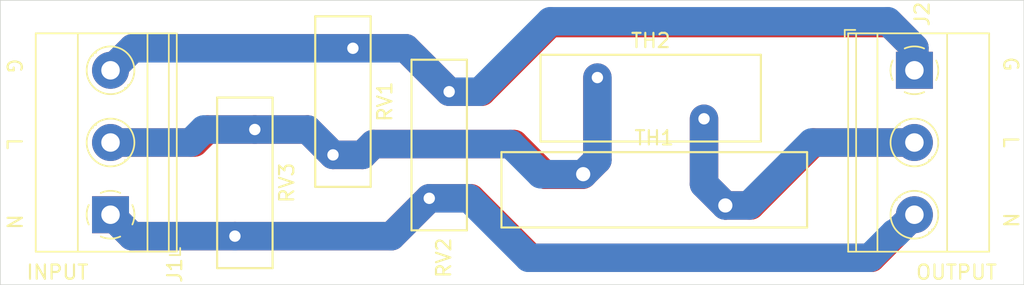
<source format=kicad_pcb>
(kicad_pcb (version 20171130) (host pcbnew 5.1.5+dfsg1-2build2)

  (general
    (thickness 1.6)
    (drawings 8)
    (tracks 71)
    (zones 0)
    (modules 7)
    (nets 5)
  )

  (page A4)
  (title_block
    (title "INRUSH CURRENT LIMITER")
    (company GALOPAGO)
  )

  (layers
    (0 F.Cu signal)
    (31 B.Cu signal)
    (32 B.Adhes user)
    (33 F.Adhes user)
    (34 B.Paste user)
    (35 F.Paste user)
    (36 B.SilkS user)
    (37 F.SilkS user)
    (38 B.Mask user)
    (39 F.Mask user)
    (40 Dwgs.User user)
    (41 Cmts.User user)
    (42 Eco1.User user)
    (43 Eco2.User user)
    (44 Edge.Cuts user)
    (45 Margin user)
    (46 B.CrtYd user)
    (47 F.CrtYd user)
    (48 B.Fab user)
    (49 F.Fab user)
  )

  (setup
    (last_trace_width 2)
    (trace_clearance 0.2)
    (zone_clearance 0.508)
    (zone_45_only no)
    (trace_min 0.2)
    (via_size 0.8)
    (via_drill 0.4)
    (via_min_size 0.4)
    (via_min_drill 0.3)
    (uvia_size 0.3)
    (uvia_drill 0.1)
    (uvias_allowed no)
    (uvia_min_size 0.2)
    (uvia_min_drill 0.1)
    (edge_width 0.05)
    (segment_width 0.2)
    (pcb_text_width 0.3)
    (pcb_text_size 1.5 1.5)
    (mod_edge_width 0.12)
    (mod_text_size 1 1)
    (mod_text_width 0.15)
    (pad_size 1.524 1.524)
    (pad_drill 0.762)
    (pad_to_mask_clearance 0.051)
    (solder_mask_min_width 0.25)
    (aux_axis_origin 0 0)
    (visible_elements FFFFFF7F)
    (pcbplotparams
      (layerselection 0x0103c_ffffffff)
      (usegerberextensions false)
      (usegerberattributes false)
      (usegerberadvancedattributes false)
      (creategerberjobfile false)
      (excludeedgelayer true)
      (linewidth 0.100000)
      (plotframeref false)
      (viasonmask false)
      (mode 1)
      (useauxorigin false)
      (hpglpennumber 1)
      (hpglpenspeed 20)
      (hpglpendiameter 15.000000)
      (psnegative false)
      (psa4output false)
      (plotreference true)
      (plotvalue true)
      (plotinvisibletext false)
      (padsonsilk false)
      (subtractmaskfromsilk false)
      (outputformat 1)
      (mirror false)
      (drillshape 0)
      (scaleselection 1)
      (outputdirectory "gerber/single/"))
  )

  (net 0 "")
  (net 1 "Net-(J1-Pad3)")
  (net 2 "Net-(J1-Pad2)")
  (net 3 "Net-(J1-Pad1)")
  (net 4 "Net-(J2-Pad2)")

  (net_class Default "This is the default net class."
    (clearance 0.2)
    (trace_width 2)
    (via_dia 0.8)
    (via_drill 0.4)
    (uvia_dia 0.3)
    (uvia_drill 0.1)
    (add_net "Net-(J1-Pad1)")
    (add_net "Net-(J1-Pad2)")
    (add_net "Net-(J1-Pad3)")
    (add_net "Net-(J2-Pad2)")
  )

  (module Varistor:RV_Disc_D12mm_W3.9mm_P7.5mm (layer F.Cu) (tedit 5A0F68DF) (tstamp 6115F64C)
    (at 131.572 106.426 270)
    (descr "Varistor, diameter 12mm, width 3.9mm, pitch 7.5mm")
    (tags "varistor SIOV")
    (path /611785BF)
    (fp_text reference RV2 (at 11.684 0.381 90) (layer F.SilkS)
      (effects (font (size 1 1) (thickness 0.15)))
    )
    (fp_text value 10D241K (at 3.75 -2.25 90) (layer F.Fab)
      (effects (font (size 1 1) (thickness 0.15)))
    )
    (fp_line (start -2.25 -1.25) (end -2.25 2.65) (layer F.Fab) (width 0.1))
    (fp_line (start 9.75 -1.25) (end 9.75 2.65) (layer F.Fab) (width 0.1))
    (fp_line (start -2.25 -1.25) (end 9.75 -1.25) (layer F.Fab) (width 0.1))
    (fp_line (start -2.25 2.65) (end 9.75 2.65) (layer F.Fab) (width 0.1))
    (fp_line (start -2.25 -1.25) (end -2.25 2.65) (layer F.SilkS) (width 0.15))
    (fp_line (start 9.75 -1.25) (end 9.75 2.65) (layer F.SilkS) (width 0.15))
    (fp_line (start -2.25 -1.25) (end 9.75 -1.25) (layer F.SilkS) (width 0.15))
    (fp_line (start -2.25 2.65) (end 9.75 2.65) (layer F.SilkS) (width 0.15))
    (fp_line (start -2.5 -1.5) (end -2.5 2.9) (layer F.CrtYd) (width 0.05))
    (fp_line (start 10 -1.5) (end 10 2.9) (layer F.CrtYd) (width 0.05))
    (fp_line (start -2.5 -1.5) (end 10 -1.5) (layer F.CrtYd) (width 0.05))
    (fp_line (start -2.5 2.9) (end 10 2.9) (layer F.CrtYd) (width 0.05))
    (fp_text user %R (at 3.75 0.7 90) (layer F.Fab)
      (effects (font (size 1 1) (thickness 0.15)))
    )
    (pad 2 thru_hole circle (at 7.5 1.4 270) (size 1.8 1.8) (drill 0.8) (layers *.Cu *.Mask)
      (net 3 "Net-(J1-Pad1)"))
    (pad 1 thru_hole circle (at 0 0 270) (size 1.8 1.8) (drill 0.8) (layers *.Cu *.Mask)
      (net 1 "Net-(J1-Pad3)"))
    (model ${KISYS3DMOD}/Varistor.3dshapes/RV_Disc_D12mm_W3.9mm_P7.5mm.wrl
      (at (xyz 0 0 0))
      (scale (xyz 1 1 1))
      (rotate (xyz 0 0 0))
    )
  )

  (module Varistor:RV_Disc_D12mm_W3.9mm_P7.5mm (layer F.Cu) (tedit 5A0F68DF) (tstamp 6115F267)
    (at 123.4 110.871 90)
    (descr "Varistor, diameter 12mm, width 3.9mm, pitch 7.5mm")
    (tags "varistor SIOV")
    (path /61175481)
    (fp_text reference RV1 (at 3.75 3.65 90) (layer F.SilkS)
      (effects (font (size 1 1) (thickness 0.15)))
    )
    (fp_text value 10D241K (at 3.75 -2.25 90) (layer F.Fab)
      (effects (font (size 1 1) (thickness 0.15)))
    )
    (fp_line (start -2.25 -1.25) (end -2.25 2.65) (layer F.Fab) (width 0.1))
    (fp_line (start 9.75 -1.25) (end 9.75 2.65) (layer F.Fab) (width 0.1))
    (fp_line (start -2.25 -1.25) (end 9.75 -1.25) (layer F.Fab) (width 0.1))
    (fp_line (start -2.25 2.65) (end 9.75 2.65) (layer F.Fab) (width 0.1))
    (fp_line (start -2.25 -1.25) (end -2.25 2.65) (layer F.SilkS) (width 0.15))
    (fp_line (start 9.75 -1.25) (end 9.75 2.65) (layer F.SilkS) (width 0.15))
    (fp_line (start -2.25 -1.25) (end 9.75 -1.25) (layer F.SilkS) (width 0.15))
    (fp_line (start -2.25 2.65) (end 9.75 2.65) (layer F.SilkS) (width 0.15))
    (fp_line (start -2.5 -1.5) (end -2.5 2.9) (layer F.CrtYd) (width 0.05))
    (fp_line (start 10 -1.5) (end 10 2.9) (layer F.CrtYd) (width 0.05))
    (fp_line (start -2.5 -1.5) (end 10 -1.5) (layer F.CrtYd) (width 0.05))
    (fp_line (start -2.5 2.9) (end 10 2.9) (layer F.CrtYd) (width 0.05))
    (fp_text user %R (at 3.75 0.7 90) (layer F.Fab)
      (effects (font (size 1 1) (thickness 0.15)))
    )
    (pad 2 thru_hole circle (at 7.5 1.4 90) (size 1.8 1.8) (drill 0.8) (layers *.Cu *.Mask)
      (net 1 "Net-(J1-Pad3)"))
    (pad 1 thru_hole circle (at 0 0 90) (size 1.8 1.8) (drill 0.8) (layers *.Cu *.Mask)
      (net 2 "Net-(J1-Pad2)"))
    (model ${KISYS3DMOD}/Varistor.3dshapes/RV_Disc_D12mm_W3.9mm_P7.5mm.wrl
      (at (xyz 0 0 0))
      (scale (xyz 1 1 1))
      (rotate (xyz 0 0 0))
    )
  )

  (module Varistor:RV_Disc_D12mm_W3.9mm_P7.5mm (layer F.Cu) (tedit 5A0F68DF) (tstamp 6115EC6A)
    (at 116.5 116.586 90)
    (descr "Varistor, diameter 12mm, width 3.9mm, pitch 7.5mm")
    (tags "varistor SIOV")
    (path /61160E43)
    (fp_text reference RV3 (at 3.75 3.65 90) (layer F.SilkS)
      (effects (font (size 1 1) (thickness 0.15)))
    )
    (fp_text value 10D241K (at 3.75 -2.25 90) (layer F.Fab)
      (effects (font (size 1 1) (thickness 0.15)))
    )
    (fp_line (start -2.25 -1.25) (end -2.25 2.65) (layer F.Fab) (width 0.1))
    (fp_line (start 9.75 -1.25) (end 9.75 2.65) (layer F.Fab) (width 0.1))
    (fp_line (start -2.25 -1.25) (end 9.75 -1.25) (layer F.Fab) (width 0.1))
    (fp_line (start -2.25 2.65) (end 9.75 2.65) (layer F.Fab) (width 0.1))
    (fp_line (start -2.25 -1.25) (end -2.25 2.65) (layer F.SilkS) (width 0.15))
    (fp_line (start 9.75 -1.25) (end 9.75 2.65) (layer F.SilkS) (width 0.15))
    (fp_line (start -2.25 -1.25) (end 9.75 -1.25) (layer F.SilkS) (width 0.15))
    (fp_line (start -2.25 2.65) (end 9.75 2.65) (layer F.SilkS) (width 0.15))
    (fp_line (start -2.5 -1.5) (end -2.5 2.9) (layer F.CrtYd) (width 0.05))
    (fp_line (start 10 -1.5) (end 10 2.9) (layer F.CrtYd) (width 0.05))
    (fp_line (start -2.5 -1.5) (end 10 -1.5) (layer F.CrtYd) (width 0.05))
    (fp_line (start -2.5 2.9) (end 10 2.9) (layer F.CrtYd) (width 0.05))
    (fp_text user %R (at 3.75 0.7 90) (layer F.Fab)
      (effects (font (size 1 1) (thickness 0.15)))
    )
    (pad 2 thru_hole circle (at 7.5 1.4 90) (size 1.8 1.8) (drill 0.8) (layers *.Cu *.Mask)
      (net 2 "Net-(J1-Pad2)"))
    (pad 1 thru_hole circle (at 0 0 90) (size 1.8 1.8) (drill 0.8) (layers *.Cu *.Mask)
      (net 3 "Net-(J1-Pad1)"))
    (model ${KISYS3DMOD}/Varistor.3dshapes/RV_Disc_D12mm_W3.9mm_P7.5mm.wrl
      (at (xyz 0 0 0))
      (scale (xyz 1 1 1))
      (rotate (xyz 0 0 0))
    )
  )

  (module Varistor:RV_Disc_D15.5mm_W6.1mm_P7.5mm (layer F.Cu) (tedit 5A0F68DF) (tstamp 6115EA43)
    (at 149.5 108.331 180)
    (descr "Varistor, diameter 15.5mm, width 6.1mm, pitch 7.5mm")
    (tags "varistor SIOV")
    (path /61167103)
    (fp_text reference TH2 (at 3.75 5.5) (layer F.SilkS)
      (effects (font (size 1 1) (thickness 0.15)))
    )
    (fp_text value "NTC 15D-15" (at 3.75 -2.6) (layer F.Fab)
      (effects (font (size 1 1) (thickness 0.15)))
    )
    (fp_line (start -4 -1.6) (end -4 4.5) (layer F.Fab) (width 0.1))
    (fp_line (start 11.5 -1.6) (end 11.5 4.5) (layer F.Fab) (width 0.1))
    (fp_line (start -4 -1.6) (end 11.5 -1.6) (layer F.Fab) (width 0.1))
    (fp_line (start -4 4.5) (end 11.5 4.5) (layer F.Fab) (width 0.1))
    (fp_line (start -4 -1.6) (end -4 4.5) (layer F.SilkS) (width 0.15))
    (fp_line (start 11.5 -1.6) (end 11.5 4.5) (layer F.SilkS) (width 0.15))
    (fp_line (start -4 -1.6) (end 11.5 -1.6) (layer F.SilkS) (width 0.15))
    (fp_line (start -4 4.5) (end 11.5 4.5) (layer F.SilkS) (width 0.15))
    (fp_line (start -4.25 -1.85) (end -4.25 4.75) (layer F.CrtYd) (width 0.05))
    (fp_line (start 11.75 -1.85) (end 11.75 4.75) (layer F.CrtYd) (width 0.05))
    (fp_line (start -4.25 -1.85) (end 11.75 -1.85) (layer F.CrtYd) (width 0.05))
    (fp_line (start -4.25 4.75) (end 11.75 4.75) (layer F.CrtYd) (width 0.05))
    (fp_text user %R (at 3.75 1.45) (layer F.Fab)
      (effects (font (size 1 1) (thickness 0.15)))
    )
    (pad 2 thru_hole circle (at 7.5 2.9 180) (size 1.8 1.8) (drill 0.8) (layers *.Cu *.Mask)
      (net 2 "Net-(J1-Pad2)"))
    (pad 1 thru_hole circle (at 0 0 180) (size 1.8 1.8) (drill 0.8) (layers *.Cu *.Mask)
      (net 4 "Net-(J2-Pad2)"))
    (model ${KISYS3DMOD}/Varistor.3dshapes/RV_Disc_D15.5mm_W6.1mm_P7.5mm.wrl
      (at (xyz 0 0 0))
      (scale (xyz 1 1 1))
      (rotate (xyz 0 0 0))
    )
  )

  (module Varistor:RV_Disc_D21.5mm_W5.3mm_P10mm (layer F.Cu) (tedit 5A0F68DF) (tstamp 6115E7DA)
    (at 151 114.427 180)
    (descr "Varistor, diameter 21.5mm, width 5.3mm, pitch 10mm")
    (tags "varistor SIOV")
    (path /61162B80)
    (fp_text reference TH1 (at 5 4.75) (layer F.SilkS)
      (effects (font (size 1 1) (thickness 0.15)))
    )
    (fp_text value "NTC 20D-20" (at 5 -2.55) (layer F.Fab)
      (effects (font (size 1 1) (thickness 0.15)))
    )
    (fp_line (start -5.75 -1.55) (end -5.75 3.75) (layer F.Fab) (width 0.1))
    (fp_line (start 15.75 -1.55) (end 15.75 3.75) (layer F.Fab) (width 0.1))
    (fp_line (start -5.75 -1.55) (end 15.75 -1.55) (layer F.Fab) (width 0.1))
    (fp_line (start -5.75 3.75) (end 15.75 3.75) (layer F.Fab) (width 0.1))
    (fp_line (start -5.75 -1.55) (end -5.75 3.75) (layer F.SilkS) (width 0.15))
    (fp_line (start 15.75 -1.55) (end 15.75 3.75) (layer F.SilkS) (width 0.15))
    (fp_line (start -5.75 -1.55) (end 15.75 -1.55) (layer F.SilkS) (width 0.15))
    (fp_line (start -5.75 3.75) (end 15.75 3.75) (layer F.SilkS) (width 0.15))
    (fp_line (start -6 -1.8) (end -6 4) (layer F.CrtYd) (width 0.05))
    (fp_line (start 16 -1.8) (end 16 4) (layer F.CrtYd) (width 0.05))
    (fp_line (start -6 -1.8) (end 16 -1.8) (layer F.CrtYd) (width 0.05))
    (fp_line (start -6 4) (end 16 4) (layer F.CrtYd) (width 0.05))
    (fp_text user %R (at 5 1.1) (layer F.Fab)
      (effects (font (size 1 1) (thickness 0.15)))
    )
    (pad 2 thru_hole circle (at 10 2.2 180) (size 2 2) (drill 1) (layers *.Cu *.Mask)
      (net 2 "Net-(J1-Pad2)"))
    (pad 1 thru_hole circle (at 0 0 180) (size 2 2) (drill 1) (layers *.Cu *.Mask)
      (net 4 "Net-(J2-Pad2)"))
    (model ${KISYS3DMOD}/Varistor.3dshapes/RV_Disc_D21.5mm_W5.3mm_P10mm.wrl
      (at (xyz 0 0 0))
      (scale (xyz 1 1 1))
      (rotate (xyz 0 0 0))
    )
  )

  (module TerminalBlock_Phoenix:TerminalBlock_Phoenix_MKDS-1,5-3-5.08_1x03_P5.08mm_Horizontal (layer F.Cu) (tedit 5B294EBC) (tstamp 6115CC34)
    (at 164.3 104.92 270)
    (descr "Terminal Block Phoenix MKDS-1,5-3-5.08, 3 pins, pitch 5.08mm, size 15.2x9.8mm^2, drill diamater 1.3mm, pad diameter 2.6mm, see http://www.farnell.com/datasheets/100425.pdf, script-generated using https://github.com/pointhi/kicad-footprint-generator/scripts/TerminalBlock_Phoenix")
    (tags "THT Terminal Block Phoenix MKDS-1,5-3-5.08 pitch 5.08mm size 15.2x9.8mm^2 drill 1.3mm pad 2.6mm")
    (path /61157B27)
    (fp_text reference J2 (at -3.955 -0.546 90) (layer F.SilkS)
      (effects (font (size 1 1) (thickness 0.15)))
    )
    (fp_text value OUT (at 5.08 5.66 90) (layer F.Fab)
      (effects (font (size 1 1) (thickness 0.15)))
    )
    (fp_text user %R (at 5.08 3.2 90) (layer F.Fab)
      (effects (font (size 1 1) (thickness 0.15)))
    )
    (fp_line (start 13.21 -5.71) (end -3.04 -5.71) (layer F.CrtYd) (width 0.05))
    (fp_line (start 13.21 5.1) (end 13.21 -5.71) (layer F.CrtYd) (width 0.05))
    (fp_line (start -3.04 5.1) (end 13.21 5.1) (layer F.CrtYd) (width 0.05))
    (fp_line (start -3.04 -5.71) (end -3.04 5.1) (layer F.CrtYd) (width 0.05))
    (fp_line (start -2.84 4.9) (end -2.34 4.9) (layer F.SilkS) (width 0.12))
    (fp_line (start -2.84 4.16) (end -2.84 4.9) (layer F.SilkS) (width 0.12))
    (fp_line (start 8.933 1.023) (end 8.886 1.069) (layer F.SilkS) (width 0.12))
    (fp_line (start 11.23 -1.275) (end 11.195 -1.239) (layer F.SilkS) (width 0.12))
    (fp_line (start 9.126 1.239) (end 9.091 1.274) (layer F.SilkS) (width 0.12))
    (fp_line (start 11.435 -1.069) (end 11.388 -1.023) (layer F.SilkS) (width 0.12))
    (fp_line (start 11.115 -1.138) (end 9.023 0.955) (layer F.Fab) (width 0.1))
    (fp_line (start 11.298 -0.955) (end 9.206 1.138) (layer F.Fab) (width 0.1))
    (fp_line (start 3.853 1.023) (end 3.806 1.069) (layer F.SilkS) (width 0.12))
    (fp_line (start 6.15 -1.275) (end 6.115 -1.239) (layer F.SilkS) (width 0.12))
    (fp_line (start 4.046 1.239) (end 4.011 1.274) (layer F.SilkS) (width 0.12))
    (fp_line (start 6.355 -1.069) (end 6.308 -1.023) (layer F.SilkS) (width 0.12))
    (fp_line (start 6.035 -1.138) (end 3.943 0.955) (layer F.Fab) (width 0.1))
    (fp_line (start 6.218 -0.955) (end 4.126 1.138) (layer F.Fab) (width 0.1))
    (fp_line (start 0.955 -1.138) (end -1.138 0.955) (layer F.Fab) (width 0.1))
    (fp_line (start 1.138 -0.955) (end -0.955 1.138) (layer F.Fab) (width 0.1))
    (fp_line (start 12.76 -5.261) (end 12.76 4.66) (layer F.SilkS) (width 0.12))
    (fp_line (start -2.6 -5.261) (end -2.6 4.66) (layer F.SilkS) (width 0.12))
    (fp_line (start -2.6 4.66) (end 12.76 4.66) (layer F.SilkS) (width 0.12))
    (fp_line (start -2.6 -5.261) (end 12.76 -5.261) (layer F.SilkS) (width 0.12))
    (fp_line (start -2.6 -2.301) (end 12.76 -2.301) (layer F.SilkS) (width 0.12))
    (fp_line (start -2.54 -2.3) (end 12.7 -2.3) (layer F.Fab) (width 0.1))
    (fp_line (start -2.6 2.6) (end 12.76 2.6) (layer F.SilkS) (width 0.12))
    (fp_line (start -2.54 2.6) (end 12.7 2.6) (layer F.Fab) (width 0.1))
    (fp_line (start -2.6 4.1) (end 12.76 4.1) (layer F.SilkS) (width 0.12))
    (fp_line (start -2.54 4.1) (end 12.7 4.1) (layer F.Fab) (width 0.1))
    (fp_line (start -2.54 4.1) (end -2.54 -5.2) (layer F.Fab) (width 0.1))
    (fp_line (start -2.04 4.6) (end -2.54 4.1) (layer F.Fab) (width 0.1))
    (fp_line (start 12.7 4.6) (end -2.04 4.6) (layer F.Fab) (width 0.1))
    (fp_line (start 12.7 -5.2) (end 12.7 4.6) (layer F.Fab) (width 0.1))
    (fp_line (start -2.54 -5.2) (end 12.7 -5.2) (layer F.Fab) (width 0.1))
    (fp_circle (center 10.16 0) (end 11.84 0) (layer F.SilkS) (width 0.12))
    (fp_circle (center 10.16 0) (end 11.66 0) (layer F.Fab) (width 0.1))
    (fp_circle (center 5.08 0) (end 6.76 0) (layer F.SilkS) (width 0.12))
    (fp_circle (center 5.08 0) (end 6.58 0) (layer F.Fab) (width 0.1))
    (fp_circle (center 0 0) (end 1.5 0) (layer F.Fab) (width 0.1))
    (fp_arc (start 0 0) (end -0.684 1.535) (angle -25) (layer F.SilkS) (width 0.12))
    (fp_arc (start 0 0) (end -1.535 -0.684) (angle -48) (layer F.SilkS) (width 0.12))
    (fp_arc (start 0 0) (end 0.684 -1.535) (angle -48) (layer F.SilkS) (width 0.12))
    (fp_arc (start 0 0) (end 1.535 0.684) (angle -48) (layer F.SilkS) (width 0.12))
    (fp_arc (start 0 0) (end 0 1.68) (angle -24) (layer F.SilkS) (width 0.12))
    (pad 3 thru_hole circle (at 10.16 0 270) (size 2.6 2.6) (drill 1.3) (layers *.Cu *.Mask)
      (net 3 "Net-(J1-Pad1)"))
    (pad 2 thru_hole circle (at 5.08 0 270) (size 2.6 2.6) (drill 1.3) (layers *.Cu *.Mask)
      (net 4 "Net-(J2-Pad2)"))
    (pad 1 thru_hole rect (at 0 0 270) (size 2.6 2.6) (drill 1.3) (layers *.Cu *.Mask)
      (net 1 "Net-(J1-Pad3)"))
    (model ${KISYS3DMOD}/TerminalBlock_Phoenix.3dshapes/TerminalBlock_Phoenix_MKDS-1,5-3-5.08_1x03_P5.08mm_Horizontal.wrl
      (at (xyz 0 0 0))
      (scale (xyz 1 1 1))
      (rotate (xyz 0 0 0))
    )
  )

  (module TerminalBlock_Phoenix:TerminalBlock_Phoenix_MKDS-1,5-3-5.08_1x03_P5.08mm_Horizontal (layer F.Cu) (tedit 5B294EBC) (tstamp 6115CBFF)
    (at 107.75 115.08 90)
    (descr "Terminal Block Phoenix MKDS-1,5-3-5.08, 3 pins, pitch 5.08mm, size 15.2x9.8mm^2, drill diamater 1.3mm, pad diameter 2.6mm, see http://www.farnell.com/datasheets/100425.pdf, script-generated using https://github.com/pointhi/kicad-footprint-generator/scripts/TerminalBlock_Phoenix")
    (tags "THT Terminal Block Phoenix MKDS-1,5-3-5.08 pitch 5.08mm size 15.2x9.8mm^2 drill 1.3mm pad 2.6mm")
    (path /61157724)
    (fp_text reference J1 (at -3.919 4.518 90) (layer F.SilkS)
      (effects (font (size 1 1) (thickness 0.15)))
    )
    (fp_text value IN (at 5.08 5.66 90) (layer F.Fab)
      (effects (font (size 1 1) (thickness 0.15)))
    )
    (fp_text user %R (at 5.08 3.2 90) (layer F.Fab)
      (effects (font (size 1 1) (thickness 0.15)))
    )
    (fp_line (start 13.21 -5.71) (end -3.04 -5.71) (layer F.CrtYd) (width 0.05))
    (fp_line (start 13.21 5.1) (end 13.21 -5.71) (layer F.CrtYd) (width 0.05))
    (fp_line (start -3.04 5.1) (end 13.21 5.1) (layer F.CrtYd) (width 0.05))
    (fp_line (start -3.04 -5.71) (end -3.04 5.1) (layer F.CrtYd) (width 0.05))
    (fp_line (start -2.84 4.9) (end -2.34 4.9) (layer F.SilkS) (width 0.12))
    (fp_line (start -2.84 4.16) (end -2.84 4.9) (layer F.SilkS) (width 0.12))
    (fp_line (start 8.933 1.023) (end 8.886 1.069) (layer F.SilkS) (width 0.12))
    (fp_line (start 11.23 -1.275) (end 11.195 -1.239) (layer F.SilkS) (width 0.12))
    (fp_line (start 9.126 1.239) (end 9.091 1.274) (layer F.SilkS) (width 0.12))
    (fp_line (start 11.435 -1.069) (end 11.388 -1.023) (layer F.SilkS) (width 0.12))
    (fp_line (start 11.115 -1.138) (end 9.023 0.955) (layer F.Fab) (width 0.1))
    (fp_line (start 11.298 -0.955) (end 9.206 1.138) (layer F.Fab) (width 0.1))
    (fp_line (start 3.853 1.023) (end 3.806 1.069) (layer F.SilkS) (width 0.12))
    (fp_line (start 6.15 -1.275) (end 6.115 -1.239) (layer F.SilkS) (width 0.12))
    (fp_line (start 4.046 1.239) (end 4.011 1.274) (layer F.SilkS) (width 0.12))
    (fp_line (start 6.355 -1.069) (end 6.308 -1.023) (layer F.SilkS) (width 0.12))
    (fp_line (start 6.035 -1.138) (end 3.943 0.955) (layer F.Fab) (width 0.1))
    (fp_line (start 6.218 -0.955) (end 4.126 1.138) (layer F.Fab) (width 0.1))
    (fp_line (start 0.955 -1.138) (end -1.138 0.955) (layer F.Fab) (width 0.1))
    (fp_line (start 1.138 -0.955) (end -0.955 1.138) (layer F.Fab) (width 0.1))
    (fp_line (start 12.76 -5.261) (end 12.76 4.66) (layer F.SilkS) (width 0.12))
    (fp_line (start -2.6 -5.261) (end -2.6 4.66) (layer F.SilkS) (width 0.12))
    (fp_line (start -2.6 4.66) (end 12.76 4.66) (layer F.SilkS) (width 0.12))
    (fp_line (start -2.6 -5.261) (end 12.76 -5.261) (layer F.SilkS) (width 0.12))
    (fp_line (start -2.6 -2.301) (end 12.76 -2.301) (layer F.SilkS) (width 0.12))
    (fp_line (start -2.54 -2.3) (end 12.7 -2.3) (layer F.Fab) (width 0.1))
    (fp_line (start -2.6 2.6) (end 12.76 2.6) (layer F.SilkS) (width 0.12))
    (fp_line (start -2.54 2.6) (end 12.7 2.6) (layer F.Fab) (width 0.1))
    (fp_line (start -2.6 4.1) (end 12.76 4.1) (layer F.SilkS) (width 0.12))
    (fp_line (start -2.54 4.1) (end 12.7 4.1) (layer F.Fab) (width 0.1))
    (fp_line (start -2.54 4.1) (end -2.54 -5.2) (layer F.Fab) (width 0.1))
    (fp_line (start -2.04 4.6) (end -2.54 4.1) (layer F.Fab) (width 0.1))
    (fp_line (start 12.7 4.6) (end -2.04 4.6) (layer F.Fab) (width 0.1))
    (fp_line (start 12.7 -5.2) (end 12.7 4.6) (layer F.Fab) (width 0.1))
    (fp_line (start -2.54 -5.2) (end 12.7 -5.2) (layer F.Fab) (width 0.1))
    (fp_circle (center 10.16 0) (end 11.84 0) (layer F.SilkS) (width 0.12))
    (fp_circle (center 10.16 0) (end 11.66 0) (layer F.Fab) (width 0.1))
    (fp_circle (center 5.08 0) (end 6.76 0) (layer F.SilkS) (width 0.12))
    (fp_circle (center 5.08 0) (end 6.58 0) (layer F.Fab) (width 0.1))
    (fp_circle (center 0 0) (end 1.5 0) (layer F.Fab) (width 0.1))
    (fp_arc (start 0 0) (end -0.684 1.535) (angle -25) (layer F.SilkS) (width 0.12))
    (fp_arc (start 0 0) (end -1.535 -0.684) (angle -48) (layer F.SilkS) (width 0.12))
    (fp_arc (start 0 0) (end 0.684 -1.535) (angle -48) (layer F.SilkS) (width 0.12))
    (fp_arc (start 0 0) (end 1.535 0.684) (angle -48) (layer F.SilkS) (width 0.12))
    (fp_arc (start 0 0) (end 0 1.68) (angle -24) (layer F.SilkS) (width 0.12))
    (pad 3 thru_hole circle (at 10.16 0 90) (size 2.6 2.6) (drill 1.3) (layers *.Cu *.Mask)
      (net 1 "Net-(J1-Pad3)"))
    (pad 2 thru_hole circle (at 5.08 0 90) (size 2.6 2.6) (drill 1.3) (layers *.Cu *.Mask)
      (net 2 "Net-(J1-Pad2)"))
    (pad 1 thru_hole rect (at 0 0 90) (size 2.6 2.6) (drill 1.3) (layers *.Cu *.Mask)
      (net 3 "Net-(J1-Pad1)"))
    (model ${KISYS3DMOD}/TerminalBlock_Phoenix.3dshapes/TerminalBlock_Phoenix_MKDS-1,5-3-5.08_1x03_P5.08mm_Horizontal.wrl
      (at (xyz 0 0 0))
      (scale (xyz 1 1 1))
      (rotate (xyz 0 0 0))
    )
  )

  (gr_text OUTPUT (at 167.259 119.126) (layer F.SilkS)
    (effects (font (size 1 1) (thickness 0.15)))
  )
  (gr_text INPUT (at 104.013 119.126) (layer F.SilkS)
    (effects (font (size 1 1) (thickness 0.15)))
  )
  (gr_text "G      L      N" (at 171.069 109.982 -90) (layer F.SilkS) (tstamp 6115FD8C)
    (effects (font (size 1 1) (thickness 0.15)))
  )
  (gr_text "G      L      N" (at 100.965 110.109 -90) (layer F.SilkS)
    (effects (font (size 1 1) (thickness 0.15)))
  )
  (gr_line (start 172 100) (end 172 120) (layer Edge.Cuts) (width 0.05))
  (gr_line (start 100 100) (end 100 120) (layer Edge.Cuts) (width 0.05))
  (gr_line (start 100 120) (end 172 120) (layer Edge.Cuts) (width 0.05))
  (gr_line (start 100 100) (end 172 100) (layer Edge.Cuts) (width 0.05))

  (segment (start 109.299 103.371) (end 107.75 104.92) (width 2) (layer F.Cu) (net 1))
  (segment (start 124.8 103.371) (end 109.299 103.371) (width 2) (layer F.Cu) (net 1))
  (segment (start 128.517 103.371) (end 124.8 103.371) (width 2) (layer F.Cu) (net 1))
  (segment (start 131.572 106.426) (end 128.517 103.371) (width 2) (layer F.Cu) (net 1))
  (segment (start 133.858 106.426) (end 131.572 106.426) (width 2) (layer F.Cu) (net 1))
  (segment (start 138.684 101.6) (end 133.858 106.426) (width 2) (layer F.Cu) (net 1))
  (segment (start 162.56 101.6) (end 138.684 101.6) (width 2) (layer F.Cu) (net 1))
  (segment (start 164.3 103.34) (end 162.56 101.6) (width 2) (layer F.Cu) (net 1))
  (segment (start 164.3 104.92) (end 164.3 103.34) (width 2) (layer F.Cu) (net 1))
  (segment (start 109.299 103.371) (end 107.75 104.92) (width 2) (layer B.Cu) (net 1))
  (segment (start 124.8 103.371) (end 109.299 103.371) (width 2) (layer B.Cu) (net 1))
  (segment (start 128.517 103.371) (end 131.572 106.426) (width 2) (layer B.Cu) (net 1))
  (segment (start 124.8 103.371) (end 128.517 103.371) (width 2) (layer B.Cu) (net 1))
  (segment (start 164.3 104.92) (end 164.3 103.34) (width 2) (layer B.Cu) (net 1))
  (segment (start 164.3 103.34) (end 162.433 101.473) (width 2) (layer B.Cu) (net 1))
  (segment (start 162.433 101.473) (end 138.684 101.473) (width 2) (layer B.Cu) (net 1))
  (segment (start 133.731 106.426) (end 131.572 106.426) (width 2) (layer B.Cu) (net 1))
  (segment (start 138.684 101.473) (end 133.731 106.426) (width 2) (layer B.Cu) (net 1))
  (segment (start 117.9 109.086) (end 114.561 109.086) (width 2) (layer F.Cu) (net 2))
  (segment (start 113.647 110) (end 107.75 110) (width 2) (layer F.Cu) (net 2))
  (segment (start 114.561 109.086) (end 113.647 110) (width 2) (layer F.Cu) (net 2))
  (segment (start 121.615 109.086) (end 123.4 110.871) (width 2) (layer F.Cu) (net 2))
  (segment (start 117.9 109.086) (end 121.615 109.086) (width 2) (layer F.Cu) (net 2))
  (segment (start 142 111.227) (end 141 112.227) (width 2) (layer F.Cu) (net 2))
  (segment (start 142 105.431) (end 142 111.227) (width 2) (layer F.Cu) (net 2))
  (segment (start 140.959 112.268) (end 141 112.227) (width 2) (layer F.Cu) (net 2))
  (segment (start 136.144 110.109) (end 138.303 112.268) (width 2) (layer F.Cu) (net 2))
  (segment (start 126.238 110.109) (end 136.144 110.109) (width 2) (layer F.Cu) (net 2))
  (segment (start 138.303 112.268) (end 140.959 112.268) (width 2) (layer F.Cu) (net 2))
  (segment (start 125.476 110.871) (end 126.238 110.109) (width 2) (layer F.Cu) (net 2))
  (segment (start 123.4 110.871) (end 125.476 110.871) (width 2) (layer F.Cu) (net 2))
  (segment (start 107.75 110) (end 113.393 110) (width 2) (layer B.Cu) (net 2))
  (segment (start 114.307 109.086) (end 117.9 109.086) (width 2) (layer B.Cu) (net 2))
  (segment (start 113.393 110) (end 114.307 109.086) (width 2) (layer B.Cu) (net 2))
  (segment (start 121.615 109.086) (end 123.4 110.871) (width 2) (layer B.Cu) (net 2))
  (segment (start 117.9 109.086) (end 121.615 109.086) (width 2) (layer B.Cu) (net 2))
  (segment (start 123.4 110.871) (end 125.476 110.871) (width 2) (layer B.Cu) (net 2))
  (segment (start 125.476 110.871) (end 126.238 110.109) (width 2) (layer B.Cu) (net 2))
  (segment (start 126.238 110.109) (end 135.89 110.109) (width 2) (layer B.Cu) (net 2))
  (segment (start 138.008 112.227) (end 141 112.227) (width 2) (layer B.Cu) (net 2))
  (segment (start 135.89 110.109) (end 138.008 112.227) (width 2) (layer B.Cu) (net 2))
  (segment (start 142 111.227) (end 141 112.227) (width 2) (layer B.Cu) (net 2))
  (segment (start 142 105.431) (end 142 111.227) (width 2) (layer B.Cu) (net 2))
  (segment (start 109.256 116.586) (end 107.75 115.08) (width 2) (layer F.Cu) (net 3))
  (segment (start 116.5 116.586) (end 109.256 116.586) (width 2) (layer F.Cu) (net 3))
  (segment (start 127.512 116.586) (end 130.172 113.926) (width 2) (layer F.Cu) (net 3))
  (segment (start 116.5 116.586) (end 127.512 116.586) (width 2) (layer F.Cu) (net 3))
  (segment (start 133.103 113.926) (end 130.172 113.926) (width 2) (layer F.Cu) (net 3))
  (segment (start 137.287 118.11) (end 133.103 113.926) (width 2) (layer F.Cu) (net 3))
  (segment (start 161.27 118.11) (end 137.287 118.11) (width 2) (layer F.Cu) (net 3))
  (segment (start 164.3 115.08) (end 161.27 118.11) (width 2) (layer F.Cu) (net 3))
  (segment (start 109.256 116.586) (end 107.75 115.08) (width 2) (layer B.Cu) (net 3))
  (segment (start 116.5 116.586) (end 109.256 116.586) (width 2) (layer B.Cu) (net 3))
  (segment (start 127.512 116.586) (end 130.172 113.926) (width 2) (layer B.Cu) (net 3))
  (segment (start 116.5 116.586) (end 127.512 116.586) (width 2) (layer B.Cu) (net 3))
  (segment (start 163.000001 116.379999) (end 162.893001 116.379999) (width 2) (layer B.Cu) (net 3))
  (segment (start 164.3 115.08) (end 163.000001 116.379999) (width 2) (layer B.Cu) (net 3))
  (segment (start 162.893001 116.379999) (end 161.163 118.11) (width 2) (layer B.Cu) (net 3))
  (segment (start 161.163 118.11) (end 137.16 118.11) (width 2) (layer B.Cu) (net 3))
  (segment (start 132.976 113.926) (end 130.172 113.926) (width 2) (layer B.Cu) (net 3))
  (segment (start 137.16 118.11) (end 132.976 113.926) (width 2) (layer B.Cu) (net 3))
  (segment (start 149.5 112.927) (end 151 114.427) (width 2) (layer F.Cu) (net 4))
  (segment (start 149.5 108.331) (end 149.5 112.927) (width 2) (layer F.Cu) (net 4))
  (segment (start 164.3 110) (end 157.208 110) (width 2) (layer F.Cu) (net 4))
  (segment (start 152.781 114.427) (end 151 114.427) (width 2) (layer F.Cu) (net 4))
  (segment (start 157.208 110) (end 152.781 114.427) (width 2) (layer F.Cu) (net 4))
  (segment (start 149.5 112.927) (end 151 114.427) (width 2) (layer B.Cu) (net 4))
  (segment (start 149.5 108.331) (end 149.5 112.927) (width 2) (layer B.Cu) (net 4))
  (segment (start 164.3 110) (end 157.081 110) (width 2) (layer B.Cu) (net 4))
  (segment (start 152.654 114.427) (end 151 114.427) (width 2) (layer B.Cu) (net 4))
  (segment (start 157.081 110) (end 152.654 114.427) (width 2) (layer B.Cu) (net 4))

)

</source>
